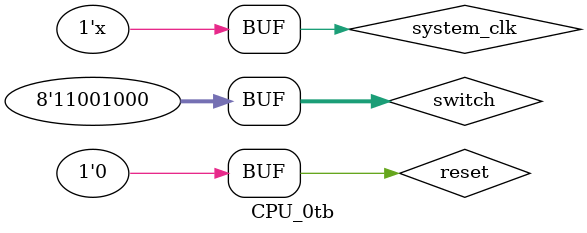
<source format=v>
module CPU_0tb;
  reg system_clk,reset;
  reg[7:0] switch;
  wire[3:0] AN;
  wire[7:0] digital,led;
CPU_0 cpu(system_clk,reset,switch,led,AN,digital);
always #1 system_clk=~system_clk;
initial begin
  system_clk=0;
  reset=1;
  switch=8'b1100_1000;
  #10 reset=0;
 end
endmodule
</source>
